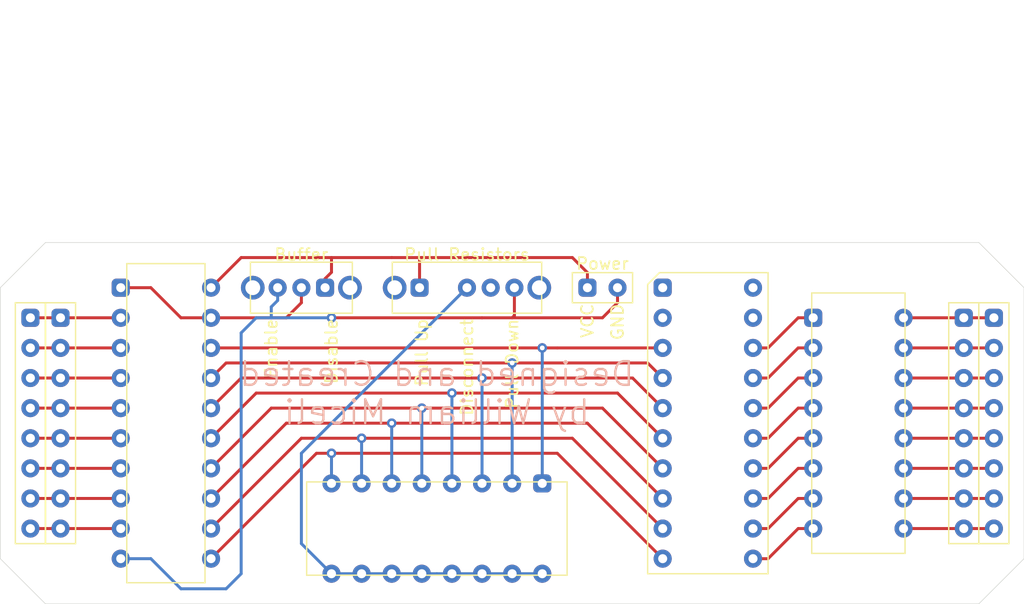
<source format=kicad_pcb>
(kicad_pcb (version 20171130) (host pcbnew "(5.1.5)-3")

  (general
    (thickness 1.6)
    (drawings 20)
    (tracks 149)
    (zones 0)
    (modules 11)
    (nets 42)
  )

  (page A4)
  (layers
    (0 F.Cu signal)
    (31 B.Cu signal)
    (33 F.Adhes user)
    (35 F.Paste user)
    (36 B.SilkS user)
    (37 F.SilkS user)
    (38 B.Mask user)
    (39 F.Mask user)
    (40 Dwgs.User user)
    (41 Cmts.User user)
    (42 Eco1.User user)
    (43 Eco2.User user)
    (44 Edge.Cuts user)
    (45 Margin user)
    (46 B.CrtYd user)
    (47 F.CrtYd user)
    (49 F.Fab user)
  )

  (setup
    (last_trace_width 0.25)
    (trace_clearance 0.2)
    (zone_clearance 0.508)
    (zone_45_only no)
    (trace_min 0.2)
    (via_size 0.8)
    (via_drill 0.4)
    (via_min_size 0.4)
    (via_min_drill 0.3)
    (uvia_size 0.3)
    (uvia_drill 0.1)
    (uvias_allowed no)
    (uvia_min_size 0.2)
    (uvia_min_drill 0.1)
    (edge_width 0.05)
    (segment_width 0.2)
    (pcb_text_width 0.3)
    (pcb_text_size 1.5 1.5)
    (mod_edge_width 0.12)
    (mod_text_size 1 1)
    (mod_text_width 0.15)
    (pad_size 1.524 1.524)
    (pad_drill 0.762)
    (pad_to_mask_clearance 0.051)
    (solder_mask_min_width 0.25)
    (aux_axis_origin 0 0)
    (visible_elements 7FFFFFFF)
    (pcbplotparams
      (layerselection 0x010f8_ffffffff)
      (usegerberextensions false)
      (usegerberattributes false)
      (usegerberadvancedattributes false)
      (creategerberjobfile false)
      (excludeedgelayer true)
      (linewidth 0.100000)
      (plotframeref false)
      (viasonmask false)
      (mode 1)
      (useauxorigin false)
      (hpglpennumber 1)
      (hpglpenspeed 20)
      (hpglpendiameter 15.000000)
      (psnegative false)
      (psa4output false)
      (plotreference true)
      (plotvalue true)
      (plotinvisibletext false)
      (padsonsilk false)
      (subtractmaskfromsilk false)
      (outputformat 1)
      (mirror false)
      (drillshape 0)
      (scaleselection 1)
      (outputdirectory "Gerber & Drill/"))
  )

  (net 0 "")
  (net 1 "Net-(U1-Pad1)")
  (net 2 "Net-(U1-Pad2)")
  (net 3 "Net-(U1-Pad5)")
  (net 4 "Net-(U1-Pad3)")
  (net 5 "Net-(U1-Pad6)")
  (net 6 "Net-(U1-Pad8)")
  (net 7 "Net-(U1-Pad4)")
  (net 8 "Net-(U1-Pad7)")
  (net 9 VCC)
  (net 10 GND)
  (net 11 "Net-(U3-Pad18)")
  (net 12 "Net-(U3-Pad17)")
  (net 13 "Net-(U3-Pad11)")
  (net 14 "Net-(U3-Pad12)")
  (net 15 "Net-(U3-Pad13)")
  (net 16 "Net-(U3-Pad14)")
  (net 17 "Net-(U3-Pad15)")
  (net 18 "Net-(U3-Pad16)")
  (net 19 "Net-(U4-Pad20)")
  (net 20 "Net-(U4-Pad19)")
  (net 21 "Net-(U4-Pad18)")
  (net 22 "Net-(U4-Pad17)")
  (net 23 "Net-(U4-Pad16)")
  (net 24 "Net-(U4-Pad15)")
  (net 25 "Net-(U4-Pad14)")
  (net 26 "Net-(U4-Pad13)")
  (net 27 "Net-(U4-Pad12)")
  (net 28 "Net-(U4-Pad11)")
  (net 29 "Net-(U4-Pad2)")
  (net 30 "Net-(U4-Pad1)")
  (net 31 "Net-(U5-Pad16)")
  (net 32 "Net-(U5-Pad15)")
  (net 33 "Net-(U5-Pad14)")
  (net 34 "Net-(U5-Pad13)")
  (net 35 "Net-(U5-Pad12)")
  (net 36 "Net-(U5-Pad11)")
  (net 37 "Net-(U5-Pad10)")
  (net 38 "Net-(U5-Pad9)")
  (net 39 "Net-(U8-Pad10)")
  (net 40 "Net-(U9-Pad3)")
  (net 41 "Net-(U11-Pad2)")

  (net_class Default "This is the default net class."
    (clearance 0.2)
    (trace_width 0.25)
    (via_dia 0.8)
    (via_drill 0.4)
    (uvia_dia 0.3)
    (uvia_drill 0.1)
    (add_net GND)
    (add_net "Net-(U1-Pad1)")
    (add_net "Net-(U1-Pad2)")
    (add_net "Net-(U1-Pad3)")
    (add_net "Net-(U1-Pad4)")
    (add_net "Net-(U1-Pad5)")
    (add_net "Net-(U1-Pad6)")
    (add_net "Net-(U1-Pad7)")
    (add_net "Net-(U1-Pad8)")
    (add_net "Net-(U11-Pad2)")
    (add_net "Net-(U3-Pad11)")
    (add_net "Net-(U3-Pad12)")
    (add_net "Net-(U3-Pad13)")
    (add_net "Net-(U3-Pad14)")
    (add_net "Net-(U3-Pad15)")
    (add_net "Net-(U3-Pad16)")
    (add_net "Net-(U3-Pad17)")
    (add_net "Net-(U3-Pad18)")
    (add_net "Net-(U4-Pad1)")
    (add_net "Net-(U4-Pad11)")
    (add_net "Net-(U4-Pad12)")
    (add_net "Net-(U4-Pad13)")
    (add_net "Net-(U4-Pad14)")
    (add_net "Net-(U4-Pad15)")
    (add_net "Net-(U4-Pad16)")
    (add_net "Net-(U4-Pad17)")
    (add_net "Net-(U4-Pad18)")
    (add_net "Net-(U4-Pad19)")
    (add_net "Net-(U4-Pad2)")
    (add_net "Net-(U4-Pad20)")
    (add_net "Net-(U5-Pad10)")
    (add_net "Net-(U5-Pad11)")
    (add_net "Net-(U5-Pad12)")
    (add_net "Net-(U5-Pad13)")
    (add_net "Net-(U5-Pad14)")
    (add_net "Net-(U5-Pad15)")
    (add_net "Net-(U5-Pad16)")
    (add_net "Net-(U5-Pad9)")
    (add_net "Net-(U8-Pad10)")
    (add_net "Net-(U9-Pad3)")
    (add_net VCC)
  )

  (module !Master:DC10EWA_Kingbright (layer F.Cu) (tedit 5E2E4EFE) (tstamp 5E2F8BEA)
    (at 171.45 82.55 270)
    (descr "LED Circuit Board Indicator Bar - 10 Wide, DIP Red (x 10) Diffused, White 2V 30mA  Through Hole")
    (path /5E2F2235)
    (fp_text reference U4 (at -13.97 0 180) (layer F.Fab)
      (effects (font (size 1 1) (thickness 0.15)))
    )
    (fp_text value DC10EWA_Kingbright (at 0 0 270) (layer F.Fab)
      (effects (font (size 1 1) (thickness 0.15)))
    )
    (fp_line (start -12.7 4.08) (end -11.7 5.08) (layer F.SilkS) (width 0.12))
    (fp_line (start -12.7 4.08) (end -12.7 -5.08) (layer F.SilkS) (width 0.12))
    (fp_line (start 12.7 -5.08) (end -12.7 -5.08) (layer F.SilkS) (width 0.12))
    (fp_line (start 12.7 5.08) (end 12.7 -5.08) (layer F.SilkS) (width 0.12))
    (fp_line (start -11.7 5.08) (end 12.7 5.08) (layer F.SilkS) (width 0.12))
    (pad 20 thru_hole circle (at -11.43 -3.81 270) (size 1.524 1.524) (drill 0.762) (layers *.Cu *.Mask)
      (net 19 "Net-(U4-Pad20)"))
    (pad 19 thru_hole circle (at -8.89 -3.81 270) (size 1.524 1.524) (drill 0.762) (layers *.Cu *.Mask)
      (net 20 "Net-(U4-Pad19)"))
    (pad 18 thru_hole circle (at -6.35 -3.81 270) (size 1.524 1.524) (drill 0.762) (layers *.Cu *.Mask)
      (net 21 "Net-(U4-Pad18)"))
    (pad 17 thru_hole circle (at -3.81 -3.81 270) (size 1.524 1.524) (drill 0.762) (layers *.Cu *.Mask)
      (net 22 "Net-(U4-Pad17)"))
    (pad 16 thru_hole circle (at -1.27 -3.81 270) (size 1.524 1.524) (drill 0.762) (layers *.Cu *.Mask)
      (net 23 "Net-(U4-Pad16)"))
    (pad 15 thru_hole circle (at 1.27 -3.81 270) (size 1.524 1.524) (drill 0.762) (layers *.Cu *.Mask)
      (net 24 "Net-(U4-Pad15)"))
    (pad 14 thru_hole circle (at 3.81 -3.81 270) (size 1.524 1.524) (drill 0.762) (layers *.Cu *.Mask)
      (net 25 "Net-(U4-Pad14)"))
    (pad 13 thru_hole circle (at 6.35 -3.81 270) (size 1.524 1.524) (drill 0.762) (layers *.Cu *.Mask)
      (net 26 "Net-(U4-Pad13)"))
    (pad 12 thru_hole circle (at 8.89 -3.81 270) (size 1.524 1.524) (drill 0.762) (layers *.Cu *.Mask)
      (net 27 "Net-(U4-Pad12)"))
    (pad 11 thru_hole circle (at 11.43 -3.81 270) (size 1.524 1.524) (drill 0.762) (layers *.Cu *.Mask)
      (net 28 "Net-(U4-Pad11)"))
    (pad 10 thru_hole circle (at 11.43 3.81 270) (size 1.524 1.524) (drill 0.762) (layers *.Cu *.Mask)
      (net 13 "Net-(U3-Pad11)"))
    (pad 9 thru_hole circle (at 8.89 3.81 270) (size 1.524 1.524) (drill 0.762) (layers *.Cu *.Mask)
      (net 14 "Net-(U3-Pad12)"))
    (pad 8 thru_hole circle (at 6.35 3.81 270) (size 1.524 1.524) (drill 0.762) (layers *.Cu *.Mask)
      (net 15 "Net-(U3-Pad13)"))
    (pad 7 thru_hole circle (at 3.81 3.81 270) (size 1.524 1.524) (drill 0.762) (layers *.Cu *.Mask)
      (net 16 "Net-(U3-Pad14)"))
    (pad 6 thru_hole circle (at 1.27 3.81 270) (size 1.524 1.524) (drill 0.762) (layers *.Cu *.Mask)
      (net 17 "Net-(U3-Pad15)"))
    (pad 5 thru_hole circle (at -1.27 3.81 270) (size 1.524 1.524) (drill 0.762) (layers *.Cu *.Mask)
      (net 18 "Net-(U3-Pad16)"))
    (pad 4 thru_hole circle (at -3.81 3.81 270) (size 1.524 1.524) (drill 0.762) (layers *.Cu *.Mask)
      (net 12 "Net-(U3-Pad17)"))
    (pad 3 thru_hole circle (at -6.35 3.81 270) (size 1.524 1.524) (drill 0.762) (layers *.Cu *.Mask)
      (net 11 "Net-(U3-Pad18)"))
    (pad 2 thru_hole circle (at -8.89 3.81 270) (size 1.524 1.524) (drill 0.762) (layers *.Cu *.Mask)
      (net 29 "Net-(U4-Pad2)"))
    (pad 1 thru_hole roundrect (at -11.43 3.81 270) (size 1.524 1.524) (drill 0.762) (layers *.Cu *.Mask) (roundrect_rratio 0.25)
      (net 30 "Net-(U4-Pad1)"))
  )

  (module !Master:SN74HCT541N_TexasInstruments (layer F.Cu) (tedit 5E2E4EE5) (tstamp 5E2F8BCC)
    (at 125.73 82.55)
    (descr "Buffer, Inverting 1 Element 8 Bit per Element 3-State Output 20-PDIP")
    (path /5E2EEA39)
    (fp_text reference U3 (at 0 -15.24) (layer F.Fab)
      (effects (font (size 1 1) (thickness 0.15)))
    )
    (fp_text value SN74HCT541N_TexasInstruments (at 0 0 90) (layer F.Fab)
      (effects (font (size 1 1) (thickness 0.15)))
    )
    (fp_line (start -3.3 -13.46) (end 3.3 -13.46) (layer F.SilkS) (width 0.12))
    (fp_line (start 3.3 13.46) (end 3.3 -13.46) (layer F.SilkS) (width 0.12))
    (fp_line (start -3.3 13.46) (end 3.3 13.46) (layer F.SilkS) (width 0.12))
    (fp_line (start -3.3 13.46) (end -3.3 -13.46) (layer F.SilkS) (width 0.12))
    (pad 20 thru_hole circle (at 3.81 -11.43) (size 1.524 1.524) (drill 0.762) (layers *.Cu *.Mask)
      (net 9 VCC))
    (pad 19 thru_hole circle (at 3.81 -8.89) (size 1.524 1.524) (drill 0.762) (layers *.Cu *.Mask)
      (net 41 "Net-(U11-Pad2)"))
    (pad 18 thru_hole circle (at 3.81 -6.35) (size 1.524 1.524) (drill 0.762) (layers *.Cu *.Mask)
      (net 11 "Net-(U3-Pad18)"))
    (pad 17 thru_hole circle (at 3.81 -3.81) (size 1.524 1.524) (drill 0.762) (layers *.Cu *.Mask)
      (net 12 "Net-(U3-Pad17)"))
    (pad 9 thru_hole circle (at -3.81 8.89) (size 1.524 1.524) (drill 0.762) (layers *.Cu *.Mask)
      (net 6 "Net-(U1-Pad8)"))
    (pad 10 thru_hole circle (at -3.81 11.43) (size 1.524 1.524) (drill 0.762) (layers *.Cu *.Mask)
      (net 10 GND))
    (pad 11 thru_hole circle (at 3.81 11.43) (size 1.524 1.524) (drill 0.762) (layers *.Cu *.Mask)
      (net 13 "Net-(U3-Pad11)"))
    (pad 12 thru_hole circle (at 3.81 8.89) (size 1.524 1.524) (drill 0.762) (layers *.Cu *.Mask)
      (net 14 "Net-(U3-Pad12)"))
    (pad 13 thru_hole circle (at 3.81 6.35) (size 1.524 1.524) (drill 0.762) (layers *.Cu *.Mask)
      (net 15 "Net-(U3-Pad13)"))
    (pad 14 thru_hole circle (at 3.81 3.81) (size 1.524 1.524) (drill 0.762) (layers *.Cu *.Mask)
      (net 16 "Net-(U3-Pad14)"))
    (pad 15 thru_hole circle (at 3.81 1.27) (size 1.524 1.524) (drill 0.762) (layers *.Cu *.Mask)
      (net 17 "Net-(U3-Pad15)"))
    (pad 16 thru_hole circle (at 3.81 -1.27) (size 1.524 1.524) (drill 0.762) (layers *.Cu *.Mask)
      (net 18 "Net-(U3-Pad16)"))
    (pad 1 thru_hole roundrect (at -3.81 -11.43) (size 1.524 1.524) (drill 0.762) (layers *.Cu *.Mask) (roundrect_rratio 0.25)
      (net 41 "Net-(U11-Pad2)"))
    (pad 2 thru_hole circle (at -3.81 -8.89) (size 1.524 1.524) (drill 0.762) (layers *.Cu *.Mask)
      (net 1 "Net-(U1-Pad1)"))
    (pad 3 thru_hole circle (at -3.81 -6.35) (size 1.524 1.524) (drill 0.762) (layers *.Cu *.Mask)
      (net 2 "Net-(U1-Pad2)"))
    (pad 4 thru_hole circle (at -3.81 -3.81) (size 1.524 1.524) (drill 0.762) (layers *.Cu *.Mask)
      (net 4 "Net-(U1-Pad3)"))
    (pad 5 thru_hole circle (at -3.81 -1.27) (size 1.524 1.524) (drill 0.762) (layers *.Cu *.Mask)
      (net 7 "Net-(U1-Pad4)"))
    (pad 6 thru_hole circle (at -3.81 1.27) (size 1.524 1.524) (drill 0.762) (layers *.Cu *.Mask)
      (net 3 "Net-(U1-Pad5)"))
    (pad 7 thru_hole circle (at -3.81 3.81) (size 1.524 1.524) (drill 0.762) (layers *.Cu *.Mask)
      (net 5 "Net-(U1-Pad6)"))
    (pad 8 thru_hole circle (at -3.81 6.35) (size 1.524 1.524) (drill 0.762) (layers *.Cu *.Mask)
      (net 8 "Net-(U1-Pad7)"))
  )

  (module !Master:OS102011MS2QN1_C&K (layer F.Cu) (tedit 5E2E46C6) (tstamp 5E2E9E93)
    (at 137.16 71.12 180)
    (descr "Slide Switch SPDT Through Hole")
    (path /5E2ED8DF)
    (fp_text reference U11 (at 0 5.08) (layer F.Fab)
      (effects (font (size 1 1) (thickness 0.15)))
    )
    (fp_text value OS102011MS2QN1_C&K (at 0 15.24 90) (layer F.Fab)
      (effects (font (size 1 1) (thickness 0.15)))
    )
    (fp_line (start -4.3 2.15) (end -4.3 -2.15) (layer F.SilkS) (width 0.12))
    (fp_line (start -4.3 2.15) (end 4.3 2.15) (layer F.SilkS) (width 0.12))
    (fp_line (start 4.3 -2.15) (end 4.3 2.15) (layer F.SilkS) (width 0.12))
    (fp_line (start -4.3 -2.15) (end 4.3 -2.15) (layer F.SilkS) (width 0.12))
    (pad 3 thru_hole circle (at 2 0 180) (size 1.524 1.524) (drill 0.762) (layers *.Cu *.Mask)
      (net 10 GND))
    (pad "" thru_hole circle (at -4.1 0 180) (size 2 2) (drill 1.25) (layers *.Cu *.Mask))
    (pad "" thru_hole circle (at 4.1 0 180) (size 2 2) (drill 1.25) (layers *.Cu *.Mask))
    (pad 1 thru_hole roundrect (at -2 0 180) (size 1.524 1.524) (drill 0.762) (layers *.Cu *.Mask) (roundrect_rratio 0.25)
      (net 9 VCC))
    (pad 2 thru_hole circle (at 0 0 180) (size 1.524 1.524) (drill 0.762) (layers *.Cu *.Mask)
      (net 41 "Net-(U11-Pad2)"))
  )

  (module *Generic:2-PinFemaleHeader (layer F.Cu) (tedit 5E2E3E6E) (tstamp 5E2E9E86)
    (at 162.56 71.12 90)
    (path /5E4131BE)
    (fp_text reference U10 (at 0 -3.81 90) (layer F.Fab)
      (effects (font (size 1 1) (thickness 0.15)))
    )
    (fp_text value 2-BitFemaleHeader (at 11.43 0 90) (layer F.Fab)
      (effects (font (size 1 1) (thickness 0.15)))
    )
    (fp_line (start 1.27 -2.54) (end -1.27 -2.54) (layer F.SilkS) (width 0.12))
    (fp_line (start 1.27 2.54) (end 1.27 -2.54) (layer F.SilkS) (width 0.12))
    (fp_line (start -1.27 2.54) (end 1.27 2.54) (layer F.SilkS) (width 0.12))
    (fp_line (start -1.27 -2.54) (end -1.27 2.54) (layer F.SilkS) (width 0.12))
    (pad 2 thru_hole circle (at 0 1.27 90) (size 1.524 1.524) (drill 0.762) (layers *.Cu *.Mask)
      (net 10 GND))
    (pad 1 thru_hole roundrect (at 0 -1.27 90) (size 1.524 1.524) (drill 0.762) (layers *.Cu *.Mask) (roundrect_rratio 0.25)
      (net 9 VCC))
  )

  (module !Master:SS-13D16-VG_C&K (layer F.Cu) (tedit 5E2E486C) (tstamp 5E2F8C48)
    (at 151.13 71.12)
    (descr "Slide Switch SP3T Through Hole")
    (path /5E307D84)
    (fp_text reference U9 (at 0 -5.08) (layer F.Fab)
      (effects (font (size 1 1) (thickness 0.15)))
    )
    (fp_text value SS-13D16-VG_C&K (at 0 -13.97 90) (layer F.Fab)
      (effects (font (size 1 1) (thickness 0.15)))
    )
    (fp_line (start 6.3 -2.15) (end 6.3 2.15) (layer F.SilkS) (width 0.12))
    (fp_line (start -6.3 -2.15) (end -6.3 2.15) (layer F.SilkS) (width 0.12))
    (fp_line (start -6.3 2.15) (end 6.3 2.15) (layer F.SilkS) (width 0.12))
    (fp_line (start -6.3 -2.15) (end 6.3 -2.15) (layer F.SilkS) (width 0.12))
    (pad "" thru_hole circle (at 6.1 0) (size 2 2) (drill 1.25) (layers *.Cu *.Mask))
    (pad "" thru_hole circle (at -6.1 0) (size 2 2) (drill 1.25) (layers *.Cu *.Mask))
    (pad 4 thru_hole circle (at 4 0) (size 1.524 1.524) (drill 0.762) (layers *.Cu *.Mask)
      (net 10 GND))
    (pad 3 thru_hole circle (at 2 0) (size 1.524 1.524) (drill 0.762) (layers *.Cu *.Mask)
      (net 40 "Net-(U9-Pad3)"))
    (pad 2 thru_hole circle (at 0 0) (size 1.524 1.524) (drill 0.762) (layers *.Cu *.Mask)
      (net 39 "Net-(U8-Pad10)"))
    (pad 1 thru_hole roundrect (at -4 0) (size 1.524 1.524) (drill 0.762) (layers *.Cu *.Mask) (roundrect_rratio 0.25)
      (net 9 VCC))
  )

  (module !Master:4116R-1-105LF_Bourns (layer F.Cu) (tedit 5E2D4C99) (tstamp 5E2F8C3A)
    (at 148.59 91.44 270)
    (descr "1M Ohm ±2% 250mW Power Per Element Isolated  Resistor Network/Array ±100ppm/°C 16-DIP (0.300\", 7.62mm)")
    (path /5E301913)
    (fp_text reference U8 (at 0 12.7 90) (layer F.Fab)
      (effects (font (size 1 1) (thickness 0.15)))
    )
    (fp_text value 4116R-1-105LF_Bourns (at 0 0) (layer F.Fab)
      (effects (font (size 1 1) (thickness 0.15)))
    )
    (fp_line (start 3.935 -10.985) (end 3.935 10.985) (layer F.SilkS) (width 0.12))
    (fp_line (start -3.935 -10.985) (end -3.935 10.985) (layer F.SilkS) (width 0.12))
    (fp_line (start -3.935 10.985) (end 3.935 10.985) (layer F.SilkS) (width 0.12))
    (fp_line (start -3.935 -10.985) (end 3.935 -10.985) (layer F.SilkS) (width 0.12))
    (pad 16 thru_hole circle (at 3.81 -8.89 270) (size 1.524 1.524) (drill 0.762) (layers *.Cu *.Mask)
      (net 39 "Net-(U8-Pad10)"))
    (pad 15 thru_hole circle (at 3.81 -6.35 270) (size 1.524 1.524) (drill 0.762) (layers *.Cu *.Mask)
      (net 39 "Net-(U8-Pad10)"))
    (pad 14 thru_hole circle (at 3.81 -3.81 270) (size 1.524 1.524) (drill 0.762) (layers *.Cu *.Mask)
      (net 39 "Net-(U8-Pad10)"))
    (pad 13 thru_hole circle (at 3.81 -1.27 270) (size 1.524 1.524) (drill 0.762) (layers *.Cu *.Mask)
      (net 39 "Net-(U8-Pad10)"))
    (pad 12 thru_hole circle (at 3.81 1.27 270) (size 1.524 1.524) (drill 0.762) (layers *.Cu *.Mask)
      (net 39 "Net-(U8-Pad10)"))
    (pad 11 thru_hole circle (at 3.81 3.81 270) (size 1.524 1.524) (drill 0.762) (layers *.Cu *.Mask)
      (net 39 "Net-(U8-Pad10)"))
    (pad 10 thru_hole circle (at 3.81 6.35 270) (size 1.524 1.524) (drill 0.762) (layers *.Cu *.Mask)
      (net 39 "Net-(U8-Pad10)"))
    (pad 9 thru_hole circle (at 3.81 8.89 270) (size 1.524 1.524) (drill 0.762) (layers *.Cu *.Mask)
      (net 39 "Net-(U8-Pad10)"))
    (pad 8 thru_hole circle (at -3.81 8.89 270) (size 1.524 1.524) (drill 0.762) (layers *.Cu *.Mask)
      (net 13 "Net-(U3-Pad11)"))
    (pad 7 thru_hole circle (at -3.81 6.35 270) (size 1.524 1.524) (drill 0.762) (layers *.Cu *.Mask)
      (net 14 "Net-(U3-Pad12)"))
    (pad 6 thru_hole circle (at -3.81 3.81 270) (size 1.524 1.524) (drill 0.762) (layers *.Cu *.Mask)
      (net 15 "Net-(U3-Pad13)"))
    (pad 5 thru_hole circle (at -3.81 1.27 270) (size 1.524 1.524) (drill 0.762) (layers *.Cu *.Mask)
      (net 16 "Net-(U3-Pad14)"))
    (pad 4 thru_hole circle (at -3.81 -1.27 270) (size 1.524 1.524) (drill 0.762) (layers *.Cu *.Mask)
      (net 17 "Net-(U3-Pad15)"))
    (pad 3 thru_hole circle (at -3.81 -3.81 270) (size 1.524 1.524) (drill 0.762) (layers *.Cu *.Mask)
      (net 18 "Net-(U3-Pad16)"))
    (pad 2 thru_hole circle (at -3.81 -6.35 270) (size 1.524 1.524) (drill 0.762) (layers *.Cu *.Mask)
      (net 12 "Net-(U3-Pad17)"))
    (pad 1 thru_hole roundrect (at -3.81 -8.89 270) (size 1.524 1.524) (drill 0.762) (layers *.Cu *.Mask) (roundrect_rratio 0.25)
      (net 11 "Net-(U3-Pad18)"))
  )

  (module *Generic:8-PinFemaleHeader (layer F.Cu) (tedit 5E2E3A9B) (tstamp 5E2F8C22)
    (at 195.58 82.55)
    (path /5E2F3C03)
    (fp_text reference U7 (at 0 -11.43) (layer F.Fab)
      (effects (font (size 1 1) (thickness 0.15)))
    )
    (fp_text value 8-BitFemaleHeader (at 0 -20.32 90) (layer F.Fab)
      (effects (font (size 1 1) (thickness 0.15)))
    )
    (fp_line (start -1.27 -10.16) (end -1.27 10.16) (layer F.SilkS) (width 0.12))
    (fp_line (start -1.27 10.16) (end 1.27 10.16) (layer F.SilkS) (width 0.12))
    (fp_line (start 1.27 10.16) (end 1.27 -10.16) (layer F.SilkS) (width 0.12))
    (fp_line (start 1.27 -10.16) (end -1.27 -10.16) (layer F.SilkS) (width 0.12))
    (pad 1 thru_hole roundrect (at 0 -8.89) (size 1.524 1.524) (drill 0.762) (layers *.Cu *.Mask) (roundrect_rratio 0.25)
      (net 31 "Net-(U5-Pad16)"))
    (pad 2 thru_hole circle (at 0 -6.35) (size 1.524 1.524) (drill 0.762) (layers *.Cu *.Mask)
      (net 32 "Net-(U5-Pad15)"))
    (pad 5 thru_hole circle (at 0 1.27) (size 1.524 1.524) (drill 0.762) (layers *.Cu *.Mask)
      (net 35 "Net-(U5-Pad12)"))
    (pad 3 thru_hole circle (at 0 -3.81) (size 1.524 1.524) (drill 0.762) (layers *.Cu *.Mask)
      (net 33 "Net-(U5-Pad14)"))
    (pad 6 thru_hole circle (at 0 3.81) (size 1.524 1.524) (drill 0.762) (layers *.Cu *.Mask)
      (net 36 "Net-(U5-Pad11)"))
    (pad 8 thru_hole circle (at 0 8.89) (size 1.524 1.524) (drill 0.762) (layers *.Cu *.Mask)
      (net 38 "Net-(U5-Pad9)"))
    (pad 4 thru_hole circle (at 0 -1.27) (size 1.524 1.524) (drill 0.762) (layers *.Cu *.Mask)
      (net 34 "Net-(U5-Pad13)"))
    (pad 7 thru_hole circle (at 0 6.35) (size 1.524 1.524) (drill 0.762) (layers *.Cu *.Mask)
      (net 37 "Net-(U5-Pad10)"))
  )

  (module *Generic:8-PinMaleHeader (layer F.Cu) (tedit 5E2E3AB1) (tstamp 5E2F8C12)
    (at 193.04 82.55)
    (path /5E2F0EB9)
    (fp_text reference U6 (at 0 -11.43) (layer F.Fab)
      (effects (font (size 1 1) (thickness 0.15)))
    )
    (fp_text value 8-BitMaleHeader (at 0 -19.05 90) (layer F.Fab)
      (effects (font (size 1 1) (thickness 0.15)))
    )
    (fp_line (start 1.27 -10.16) (end -1.27 -10.16) (layer F.SilkS) (width 0.12))
    (fp_line (start 1.27 10.16) (end 1.27 -10.16) (layer F.SilkS) (width 0.12))
    (fp_line (start -1.27 10.16) (end 1.27 10.16) (layer F.SilkS) (width 0.12))
    (fp_line (start -1.27 -10.16) (end -1.27 10.16) (layer F.SilkS) (width 0.12))
    (pad 8 thru_hole circle (at 0 8.89) (size 1.524 1.524) (drill 0.762) (layers *.Cu *.Mask)
      (net 38 "Net-(U5-Pad9)"))
    (pad 7 thru_hole circle (at 0 6.35) (size 1.524 1.524) (drill 0.762) (layers *.Cu *.Mask)
      (net 37 "Net-(U5-Pad10)"))
    (pad 6 thru_hole circle (at 0 3.81) (size 1.524 1.524) (drill 0.762) (layers *.Cu *.Mask)
      (net 36 "Net-(U5-Pad11)"))
    (pad 5 thru_hole circle (at 0 1.27) (size 1.524 1.524) (drill 0.762) (layers *.Cu *.Mask)
      (net 35 "Net-(U5-Pad12)"))
    (pad 4 thru_hole circle (at 0 -1.27) (size 1.524 1.524) (drill 0.762) (layers *.Cu *.Mask)
      (net 34 "Net-(U5-Pad13)"))
    (pad 3 thru_hole circle (at 0 -3.81) (size 1.524 1.524) (drill 0.762) (layers *.Cu *.Mask)
      (net 33 "Net-(U5-Pad14)"))
    (pad 2 thru_hole circle (at 0 -6.35) (size 1.524 1.524) (drill 0.762) (layers *.Cu *.Mask)
      (net 32 "Net-(U5-Pad15)"))
    (pad 1 thru_hole roundrect (at 0 -8.89) (size 1.524 1.524) (drill 0.762) (layers *.Cu *.Mask) (roundrect_rratio 0.25)
      (net 31 "Net-(U5-Pad16)"))
  )

  (module !Master:4116R-1-331LF_Bourns (layer F.Cu) (tedit 5E2D4B65) (tstamp 5E2F8C02)
    (at 184.15 82.55)
    (descr "330 Ohm ±2% 250mW Power Per Element Isolated  Resistor Network/Array ±100ppm/°C 16-DIP (0.300\", 7.62mm)")
    (path /5E2F714C)
    (fp_text reference U5 (at 0 -12.7) (layer F.Fab)
      (effects (font (size 1 1) (thickness 0.15)))
    )
    (fp_text value 4116R-1-331LF_Bourns (at 0 0 90) (layer F.Fab)
      (effects (font (size 1 1) (thickness 0.15)))
    )
    (fp_line (start 3.935 -10.985) (end 3.935 10.985) (layer F.SilkS) (width 0.12))
    (fp_line (start -3.935 -10.985) (end -3.935 10.985) (layer F.SilkS) (width 0.12))
    (fp_line (start -3.935 10.985) (end 3.935 10.985) (layer F.SilkS) (width 0.12))
    (fp_line (start -3.935 -10.985) (end 3.935 -10.985) (layer F.SilkS) (width 0.12))
    (pad 16 thru_hole circle (at 3.81 -8.89) (size 1.524 1.524) (drill 0.762) (layers *.Cu *.Mask)
      (net 31 "Net-(U5-Pad16)"))
    (pad 15 thru_hole circle (at 3.81 -6.35) (size 1.524 1.524) (drill 0.762) (layers *.Cu *.Mask)
      (net 32 "Net-(U5-Pad15)"))
    (pad 14 thru_hole circle (at 3.81 -3.81) (size 1.524 1.524) (drill 0.762) (layers *.Cu *.Mask)
      (net 33 "Net-(U5-Pad14)"))
    (pad 13 thru_hole circle (at 3.81 -1.27) (size 1.524 1.524) (drill 0.762) (layers *.Cu *.Mask)
      (net 34 "Net-(U5-Pad13)"))
    (pad 12 thru_hole circle (at 3.81 1.27) (size 1.524 1.524) (drill 0.762) (layers *.Cu *.Mask)
      (net 35 "Net-(U5-Pad12)"))
    (pad 11 thru_hole circle (at 3.81 3.81) (size 1.524 1.524) (drill 0.762) (layers *.Cu *.Mask)
      (net 36 "Net-(U5-Pad11)"))
    (pad 10 thru_hole circle (at 3.81 6.35) (size 1.524 1.524) (drill 0.762) (layers *.Cu *.Mask)
      (net 37 "Net-(U5-Pad10)"))
    (pad 9 thru_hole circle (at 3.81 8.89) (size 1.524 1.524) (drill 0.762) (layers *.Cu *.Mask)
      (net 38 "Net-(U5-Pad9)"))
    (pad 8 thru_hole circle (at -3.81 8.89) (size 1.524 1.524) (drill 0.762) (layers *.Cu *.Mask)
      (net 28 "Net-(U4-Pad11)"))
    (pad 7 thru_hole circle (at -3.81 6.35) (size 1.524 1.524) (drill 0.762) (layers *.Cu *.Mask)
      (net 27 "Net-(U4-Pad12)"))
    (pad 6 thru_hole circle (at -3.81 3.81) (size 1.524 1.524) (drill 0.762) (layers *.Cu *.Mask)
      (net 26 "Net-(U4-Pad13)"))
    (pad 5 thru_hole circle (at -3.81 1.27) (size 1.524 1.524) (drill 0.762) (layers *.Cu *.Mask)
      (net 25 "Net-(U4-Pad14)"))
    (pad 4 thru_hole circle (at -3.81 -1.27) (size 1.524 1.524) (drill 0.762) (layers *.Cu *.Mask)
      (net 24 "Net-(U4-Pad15)"))
    (pad 3 thru_hole circle (at -3.81 -3.81) (size 1.524 1.524) (drill 0.762) (layers *.Cu *.Mask)
      (net 23 "Net-(U4-Pad16)"))
    (pad 2 thru_hole circle (at -3.81 -6.35) (size 1.524 1.524) (drill 0.762) (layers *.Cu *.Mask)
      (net 22 "Net-(U4-Pad17)"))
    (pad 1 thru_hole roundrect (at -3.81 -8.89) (size 1.524 1.524) (drill 0.762) (layers *.Cu *.Mask) (roundrect_rratio 0.25)
      (net 21 "Net-(U4-Pad18)"))
  )

  (module *Generic:8-PinMaleHeader (layer F.Cu) (tedit 5E2E3AB1) (tstamp 5E2F8BAF)
    (at 116.84 82.55)
    (path /5E2E6F81)
    (fp_text reference U2 (at 0 -11.43) (layer F.Fab)
      (effects (font (size 1 1) (thickness 0.15)))
    )
    (fp_text value 8-BitMaleHeader (at 0 -19.05 90) (layer F.Fab)
      (effects (font (size 1 1) (thickness 0.15)))
    )
    (fp_line (start 1.27 -10.16) (end -1.27 -10.16) (layer F.SilkS) (width 0.12))
    (fp_line (start 1.27 10.16) (end 1.27 -10.16) (layer F.SilkS) (width 0.12))
    (fp_line (start -1.27 10.16) (end 1.27 10.16) (layer F.SilkS) (width 0.12))
    (fp_line (start -1.27 -10.16) (end -1.27 10.16) (layer F.SilkS) (width 0.12))
    (pad 8 thru_hole circle (at 0 8.89) (size 1.524 1.524) (drill 0.762) (layers *.Cu *.Mask)
      (net 6 "Net-(U1-Pad8)"))
    (pad 7 thru_hole circle (at 0 6.35) (size 1.524 1.524) (drill 0.762) (layers *.Cu *.Mask)
      (net 8 "Net-(U1-Pad7)"))
    (pad 6 thru_hole circle (at 0 3.81) (size 1.524 1.524) (drill 0.762) (layers *.Cu *.Mask)
      (net 5 "Net-(U1-Pad6)"))
    (pad 5 thru_hole circle (at 0 1.27) (size 1.524 1.524) (drill 0.762) (layers *.Cu *.Mask)
      (net 3 "Net-(U1-Pad5)"))
    (pad 4 thru_hole circle (at 0 -1.27) (size 1.524 1.524) (drill 0.762) (layers *.Cu *.Mask)
      (net 7 "Net-(U1-Pad4)"))
    (pad 3 thru_hole circle (at 0 -3.81) (size 1.524 1.524) (drill 0.762) (layers *.Cu *.Mask)
      (net 4 "Net-(U1-Pad3)"))
    (pad 2 thru_hole circle (at 0 -6.35) (size 1.524 1.524) (drill 0.762) (layers *.Cu *.Mask)
      (net 2 "Net-(U1-Pad2)"))
    (pad 1 thru_hole roundrect (at 0 -8.89) (size 1.524 1.524) (drill 0.762) (layers *.Cu *.Mask) (roundrect_rratio 0.25)
      (net 1 "Net-(U1-Pad1)"))
  )

  (module *Generic:8-PinFemaleHeader (layer F.Cu) (tedit 5E2E3A9B) (tstamp 5E2F8B9F)
    (at 114.3 82.55)
    (path /5E2F2C0E)
    (fp_text reference U1 (at 0 -11.43) (layer F.Fab)
      (effects (font (size 1 1) (thickness 0.15)))
    )
    (fp_text value 8-BitFemaleHeader (at 0 -20.32 90) (layer F.Fab)
      (effects (font (size 1 1) (thickness 0.15)))
    )
    (fp_line (start -1.27 -10.16) (end -1.27 10.16) (layer F.SilkS) (width 0.12))
    (fp_line (start -1.27 10.16) (end 1.27 10.16) (layer F.SilkS) (width 0.12))
    (fp_line (start 1.27 10.16) (end 1.27 -10.16) (layer F.SilkS) (width 0.12))
    (fp_line (start 1.27 -10.16) (end -1.27 -10.16) (layer F.SilkS) (width 0.12))
    (pad 1 thru_hole roundrect (at 0 -8.89) (size 1.524 1.524) (drill 0.762) (layers *.Cu *.Mask) (roundrect_rratio 0.25)
      (net 1 "Net-(U1-Pad1)"))
    (pad 2 thru_hole circle (at 0 -6.35) (size 1.524 1.524) (drill 0.762) (layers *.Cu *.Mask)
      (net 2 "Net-(U1-Pad2)"))
    (pad 5 thru_hole circle (at 0 1.27) (size 1.524 1.524) (drill 0.762) (layers *.Cu *.Mask)
      (net 3 "Net-(U1-Pad5)"))
    (pad 3 thru_hole circle (at 0 -3.81) (size 1.524 1.524) (drill 0.762) (layers *.Cu *.Mask)
      (net 4 "Net-(U1-Pad3)"))
    (pad 6 thru_hole circle (at 0 3.81) (size 1.524 1.524) (drill 0.762) (layers *.Cu *.Mask)
      (net 5 "Net-(U1-Pad6)"))
    (pad 8 thru_hole circle (at 0 8.89) (size 1.524 1.524) (drill 0.762) (layers *.Cu *.Mask)
      (net 6 "Net-(U1-Pad8)"))
    (pad 4 thru_hole circle (at 0 -1.27) (size 1.524 1.524) (drill 0.762) (layers *.Cu *.Mask)
      (net 7 "Net-(U1-Pad4)"))
    (pad 7 thru_hole circle (at 0 6.35) (size 1.524 1.524) (drill 0.762) (layers *.Cu *.Mask)
      (net 8 "Net-(U1-Pad7)"))
  )

  (gr_text "Designed and Created\nby William Miceli" (at 148.59 80.01) (layer B.SilkS)
    (effects (font (size 2 2) (thickness 0.2)) (justify mirror))
  )
  (gr_text Power (at 162.56 69.088) (layer F.SilkS) (tstamp 5E2EABAD)
    (effects (font (size 1 1) (thickness 0.15)))
  )
  (gr_text "Pull Resistors" (at 151.13 68.326) (layer F.SilkS) (tstamp 5E2EABAD)
    (effects (font (size 1 1) (thickness 0.15)))
  )
  (gr_text Buffer (at 137.16 68.326) (layer F.SilkS) (tstamp 5E2EAB21)
    (effects (font (size 1 1) (thickness 0.15)))
  )
  (gr_text "Pull Down" (at 154.94 73.66 90) (layer F.SilkS) (tstamp 5E2EAB21)
    (effects (font (size 1 1) (thickness 0.15)) (justify right))
  )
  (gr_text Disconnect (at 151.13 73.66 90) (layer F.SilkS) (tstamp 5E2EAB21)
    (effects (font (size 1 1) (thickness 0.15)) (justify right))
  )
  (gr_text "Pull Up" (at 147.32 73.66 90) (layer F.SilkS) (tstamp 5E2EAB21)
    (effects (font (size 1 1) (thickness 0.15)) (justify right))
  )
  (gr_text GND (at 163.83 72.39 90) (layer F.SilkS) (tstamp 5E2EAB21)
    (effects (font (size 1 1) (thickness 0.15)) (justify right))
  )
  (gr_text VCC (at 161.29 72.39 90) (layer F.SilkS) (tstamp 5E2EAB21)
    (effects (font (size 1 1) (thickness 0.15)) (justify right))
  )
  (gr_text "Disable\n" (at 139.7 73.66 90) (layer F.SilkS) (tstamp 5E2EAB11)
    (effects (font (size 1 1) (thickness 0.15)) (justify right))
  )
  (gr_text Enable (at 134.62 73.66 90) (layer F.SilkS)
    (effects (font (size 1 1) (thickness 0.15)) (justify right))
  )
  (gr_line (start 115.57 67.31) (end 194.31 67.31) (layer Edge.Cuts) (width 0.05) (tstamp 5E2EAB06))
  (gr_line (start 111.76 93.98) (end 111.76 71.12) (layer Edge.Cuts) (width 0.05) (tstamp 5E2EAAFF))
  (gr_line (start 115.57 97.79) (end 194.31 97.79) (layer Edge.Cuts) (width 0.05) (tstamp 5E2EAAFB))
  (gr_line (start 198.12 71.12) (end 198.12 93.98) (layer Edge.Cuts) (width 0.05) (tstamp 5E2EAAEB))
  (gr_line (start 198.12 71.12) (end 194.31 67.31) (layer Edge.Cuts) (width 0.05))
  (gr_line (start 194.31 97.79) (end 194.31 97.79) (layer Edge.Cuts) (width 0.05) (tstamp 5E2EAAE1))
  (gr_line (start 198.12 93.98) (end 194.31 97.79) (layer Edge.Cuts) (width 0.05))
  (gr_line (start 111.76 93.98) (end 115.57 97.79) (layer Edge.Cuts) (width 0.05))
  (gr_line (start 111.76 71.12) (end 115.57 67.31) (layer Edge.Cuts) (width 0.05))

  (segment (start 114.3 73.66) (end 116.84 73.66) (width 0.25) (layer F.Cu) (net 1))
  (segment (start 116.84 73.66) (end 121.92 73.66) (width 0.25) (layer F.Cu) (net 1))
  (segment (start 114.3 76.2) (end 116.84 76.2) (width 0.25) (layer F.Cu) (net 2))
  (segment (start 116.84 76.2) (end 121.92 76.2) (width 0.25) (layer F.Cu) (net 2))
  (segment (start 114.3 83.82) (end 116.84 83.82) (width 0.25) (layer F.Cu) (net 3))
  (segment (start 116.84 83.82) (end 121.92 83.82) (width 0.25) (layer F.Cu) (net 3))
  (segment (start 114.3 78.74) (end 116.84 78.74) (width 0.25) (layer F.Cu) (net 4))
  (segment (start 116.84 78.74) (end 121.92 78.74) (width 0.25) (layer F.Cu) (net 4))
  (segment (start 114.3 86.36) (end 116.84 86.36) (width 0.25) (layer F.Cu) (net 5))
  (segment (start 116.84 86.36) (end 121.92 86.36) (width 0.25) (layer F.Cu) (net 5))
  (segment (start 114.3 91.44) (end 116.84 91.44) (width 0.25) (layer F.Cu) (net 6))
  (segment (start 116.84 91.44) (end 121.92 91.44) (width 0.25) (layer F.Cu) (net 6))
  (segment (start 114.3 81.28) (end 116.84 81.28) (width 0.25) (layer F.Cu) (net 7))
  (segment (start 116.84 81.28) (end 121.92 81.28) (width 0.25) (layer F.Cu) (net 7))
  (segment (start 114.3 88.9) (end 116.84 88.9) (width 0.25) (layer F.Cu) (net 8))
  (segment (start 116.84 88.9) (end 121.92 88.9) (width 0.25) (layer F.Cu) (net 8))
  (segment (start 161.29 71.12) (end 161.29 69.85) (width 0.25) (layer F.Cu) (net 9))
  (segment (start 161.29 69.85) (end 160.02 68.58) (width 0.25) (layer F.Cu) (net 9))
  (segment (start 144.78 68.58) (end 132.08 68.58) (width 0.25) (layer F.Cu) (net 9))
  (segment (start 132.08 68.58) (end 129.54 71.12) (width 0.25) (layer F.Cu) (net 9))
  (segment (start 147.13 68.77) (end 147.32 68.58) (width 0.25) (layer F.Cu) (net 9))
  (segment (start 160.02 68.58) (end 147.32 68.58) (width 0.25) (layer F.Cu) (net 9))
  (segment (start 147.13 71.12) (end 147.13 68.77) (width 0.25) (layer F.Cu) (net 9))
  (segment (start 147.32 68.58) (end 144.78 68.58) (width 0.25) (layer F.Cu) (net 9))
  (segment (start 139.16 70.358) (end 139.7 69.818) (width 0.25) (layer F.Cu) (net 9))
  (segment (start 139.16 71.12) (end 139.16 70.358) (width 0.25) (layer F.Cu) (net 9))
  (segment (start 139.7 69.818) (end 139.7 68.58) (width 0.25) (layer F.Cu) (net 9))
  (segment (start 155.13 71.12) (end 155.13 73.47) (width 0.25) (layer F.Cu) (net 10))
  (segment (start 155.13 73.47) (end 154.94 73.66) (width 0.25) (layer F.Cu) (net 10))
  (segment (start 163.83 71.12) (end 163.83 72.39) (width 0.25) (layer F.Cu) (net 10))
  (segment (start 163.83 72.39) (end 162.56 73.66) (width 0.25) (layer F.Cu) (net 10))
  (segment (start 162.56 73.66) (end 152.4 73.66) (width 0.25) (layer F.Cu) (net 10))
  (segment (start 152.4 73.66) (end 139.7 73.66) (width 0.25) (layer F.Cu) (net 10))
  (segment (start 139.7 73.66) (end 139.7 73.66) (width 0.25) (layer B.Cu) (net 10) (tstamp 5E2EA22B))
  (via (at 139.7 73.66) (size 0.8) (drill 0.4) (layers F.Cu B.Cu) (net 10))
  (segment (start 133.35 73.66) (end 139.7 73.66) (width 0.25) (layer B.Cu) (net 10))
  (segment (start 132.08 74.93) (end 133.35 73.66) (width 0.25) (layer B.Cu) (net 10))
  (segment (start 124.46 93.98) (end 127 96.52) (width 0.25) (layer B.Cu) (net 10))
  (segment (start 121.92 93.98) (end 124.46 93.98) (width 0.25) (layer B.Cu) (net 10))
  (segment (start 127 96.52) (end 130.81 96.52) (width 0.25) (layer B.Cu) (net 10))
  (segment (start 130.81 96.52) (end 132.08 95.25) (width 0.25) (layer B.Cu) (net 10))
  (segment (start 132.08 95.25) (end 132.08 74.93) (width 0.25) (layer B.Cu) (net 10))
  (segment (start 135.16 72.19763) (end 134.62 72.73763) (width 0.25) (layer B.Cu) (net 10))
  (segment (start 135.16 71.12) (end 135.16 72.19763) (width 0.25) (layer B.Cu) (net 10))
  (segment (start 134.62 72.73763) (end 134.62 73.66) (width 0.25) (layer B.Cu) (net 10))
  (segment (start 167.64 76.2) (end 158.75 76.2) (width 0.25) (layer F.Cu) (net 11))
  (segment (start 129.54 76.2) (end 157.48 76.2) (width 0.25) (layer F.Cu) (net 11))
  (segment (start 157.48 76.2) (end 158.75 76.2) (width 0.25) (layer F.Cu) (net 11) (tstamp 5E2EA165))
  (via (at 157.48 76.2) (size 0.8) (drill 0.4) (layers F.Cu B.Cu) (net 11))
  (segment (start 157.48 76.2) (end 157.48 87.63) (width 0.25) (layer B.Cu) (net 11))
  (segment (start 129.54 78.74) (end 130.81 77.47) (width 0.25) (layer F.Cu) (net 12))
  (segment (start 130.81 77.47) (end 154.94 77.47) (width 0.25) (layer F.Cu) (net 12))
  (segment (start 166.37 77.47) (end 167.64 78.74) (width 0.25) (layer F.Cu) (net 12))
  (segment (start 154.94 77.47) (end 166.37 77.47) (width 0.25) (layer F.Cu) (net 12) (tstamp 5E2EA163))
  (via (at 154.94 77.47) (size 0.8) (drill 0.4) (layers F.Cu B.Cu) (net 12))
  (segment (start 154.94 77.47) (end 154.94 87.63) (width 0.25) (layer B.Cu) (net 12))
  (segment (start 129.54 93.98) (end 138.43 85.09) (width 0.25) (layer F.Cu) (net 13))
  (segment (start 138.43 85.09) (end 139.7 85.09) (width 0.25) (layer F.Cu) (net 13))
  (segment (start 158.75 85.09) (end 167.64 93.98) (width 0.25) (layer F.Cu) (net 13))
  (segment (start 139.7 85.09) (end 158.75 85.09) (width 0.25) (layer F.Cu) (net 13) (tstamp 5E2EA157))
  (via (at 139.7 85.09) (size 0.8) (drill 0.4) (layers F.Cu B.Cu) (net 13))
  (segment (start 139.7 85.09) (end 139.7 87.63) (width 0.25) (layer B.Cu) (net 13))
  (segment (start 129.54 91.44) (end 137.16 83.82) (width 0.25) (layer F.Cu) (net 14))
  (segment (start 137.16 83.82) (end 142.24 83.82) (width 0.25) (layer F.Cu) (net 14))
  (segment (start 160.02 83.82) (end 167.64 91.44) (width 0.25) (layer F.Cu) (net 14))
  (segment (start 142.24 83.82) (end 160.02 83.82) (width 0.25) (layer F.Cu) (net 14) (tstamp 5E2EA159))
  (via (at 142.24 83.82) (size 0.8) (drill 0.4) (layers F.Cu B.Cu) (net 14))
  (segment (start 142.24 83.82) (end 142.24 87.63) (width 0.25) (layer B.Cu) (net 14))
  (segment (start 129.54 88.9) (end 135.89 82.55) (width 0.25) (layer F.Cu) (net 15))
  (segment (start 135.89 82.55) (end 144.78 82.55) (width 0.25) (layer F.Cu) (net 15))
  (segment (start 161.29 82.55) (end 167.64 88.9) (width 0.25) (layer F.Cu) (net 15))
  (segment (start 144.78 82.55) (end 161.29 82.55) (width 0.25) (layer F.Cu) (net 15) (tstamp 5E2EA15B))
  (via (at 144.78 82.55) (size 0.8) (drill 0.4) (layers F.Cu B.Cu) (net 15))
  (segment (start 144.78 82.55) (end 144.78 87.63) (width 0.25) (layer B.Cu) (net 15))
  (segment (start 129.54 86.36) (end 134.62 81.28) (width 0.25) (layer F.Cu) (net 16))
  (segment (start 134.62 81.28) (end 147.32 81.28) (width 0.25) (layer F.Cu) (net 16))
  (segment (start 162.56 81.28) (end 167.64 86.36) (width 0.25) (layer F.Cu) (net 16))
  (segment (start 147.32 81.28) (end 162.56 81.28) (width 0.25) (layer F.Cu) (net 16) (tstamp 5E2EA15D))
  (via (at 147.32 81.28) (size 0.8) (drill 0.4) (layers F.Cu B.Cu) (net 16))
  (segment (start 147.32 81.28) (end 147.32 87.63) (width 0.25) (layer B.Cu) (net 16))
  (segment (start 129.54 83.82) (end 133.35 80.01) (width 0.25) (layer F.Cu) (net 17))
  (segment (start 133.35 80.01) (end 149.86 80.01) (width 0.25) (layer F.Cu) (net 17))
  (segment (start 163.83 80.01) (end 167.64 83.82) (width 0.25) (layer F.Cu) (net 17))
  (segment (start 149.86 80.01) (end 163.83 80.01) (width 0.25) (layer F.Cu) (net 17) (tstamp 5E2EA15F))
  (via (at 149.86 80.01) (size 0.8) (drill 0.4) (layers F.Cu B.Cu) (net 17))
  (segment (start 149.86 80.01) (end 149.86 87.63) (width 0.25) (layer B.Cu) (net 17))
  (segment (start 129.54 81.28) (end 132.08 78.74) (width 0.25) (layer F.Cu) (net 18))
  (segment (start 132.08 78.74) (end 152.4 78.74) (width 0.25) (layer F.Cu) (net 18))
  (segment (start 165.1 78.74) (end 167.64 81.28) (width 0.25) (layer F.Cu) (net 18))
  (segment (start 152.4 78.74) (end 165.1 78.74) (width 0.25) (layer F.Cu) (net 18) (tstamp 5E2EA161))
  (via (at 152.4 78.74) (size 0.8) (drill 0.4) (layers F.Cu B.Cu) (net 18))
  (segment (start 152.4 78.74) (end 152.4 87.63) (width 0.25) (layer B.Cu) (net 18))
  (segment (start 180.34 73.66) (end 179.07 73.66) (width 0.25) (layer F.Cu) (net 21))
  (segment (start 179.07 73.66) (end 176.53 76.2) (width 0.25) (layer F.Cu) (net 21))
  (segment (start 176.53 76.2) (end 175.26 76.2) (width 0.25) (layer F.Cu) (net 21))
  (segment (start 180.34 76.2) (end 179.07 76.2) (width 0.25) (layer F.Cu) (net 22))
  (segment (start 179.07 76.2) (end 176.53 78.74) (width 0.25) (layer F.Cu) (net 22))
  (segment (start 176.53 78.74) (end 175.26 78.74) (width 0.25) (layer F.Cu) (net 22))
  (segment (start 180.34 78.74) (end 179.07 78.74) (width 0.25) (layer F.Cu) (net 23))
  (segment (start 179.07 78.74) (end 176.53 81.28) (width 0.25) (layer F.Cu) (net 23))
  (segment (start 176.53 81.28) (end 175.26 81.28) (width 0.25) (layer F.Cu) (net 23))
  (segment (start 180.34 81.28) (end 179.07 81.28) (width 0.25) (layer F.Cu) (net 24))
  (segment (start 179.07 81.28) (end 176.53 83.82) (width 0.25) (layer F.Cu) (net 24))
  (segment (start 176.53 83.82) (end 175.26 83.82) (width 0.25) (layer F.Cu) (net 24))
  (segment (start 180.34 83.82) (end 179.07 83.82) (width 0.25) (layer F.Cu) (net 25))
  (segment (start 179.07 83.82) (end 176.53 86.36) (width 0.25) (layer F.Cu) (net 25))
  (segment (start 176.53 86.36) (end 175.26 86.36) (width 0.25) (layer F.Cu) (net 25))
  (segment (start 180.34 86.36) (end 179.07 86.36) (width 0.25) (layer F.Cu) (net 26))
  (segment (start 179.07 86.36) (end 176.53 88.9) (width 0.25) (layer F.Cu) (net 26))
  (segment (start 176.53 88.9) (end 175.26 88.9) (width 0.25) (layer F.Cu) (net 26))
  (segment (start 180.34 88.9) (end 179.07 88.9) (width 0.25) (layer F.Cu) (net 27))
  (segment (start 179.07 88.9) (end 176.53 91.44) (width 0.25) (layer F.Cu) (net 27))
  (segment (start 176.53 91.44) (end 175.26 91.44) (width 0.25) (layer F.Cu) (net 27))
  (segment (start 180.34 91.44) (end 179.07 91.44) (width 0.25) (layer F.Cu) (net 28))
  (segment (start 179.07 91.44) (end 176.53 93.98) (width 0.25) (layer F.Cu) (net 28))
  (segment (start 176.53 93.98) (end 175.26 93.98) (width 0.25) (layer F.Cu) (net 28))
  (segment (start 195.58 73.66) (end 193.04 73.66) (width 0.25) (layer F.Cu) (net 31))
  (segment (start 193.04 73.66) (end 187.96 73.66) (width 0.25) (layer F.Cu) (net 31))
  (segment (start 187.96 76.2) (end 193.04 76.2) (width 0.25) (layer F.Cu) (net 32))
  (segment (start 193.04 76.2) (end 195.58 76.2) (width 0.25) (layer F.Cu) (net 32))
  (segment (start 195.58 78.74) (end 193.04 78.74) (width 0.25) (layer F.Cu) (net 33))
  (segment (start 193.04 78.74) (end 187.96 78.74) (width 0.25) (layer F.Cu) (net 33))
  (segment (start 187.96 81.28) (end 193.04 81.28) (width 0.25) (layer F.Cu) (net 34))
  (segment (start 193.04 81.28) (end 195.58 81.28) (width 0.25) (layer F.Cu) (net 34))
  (segment (start 195.58 83.82) (end 193.04 83.82) (width 0.25) (layer F.Cu) (net 35))
  (segment (start 193.04 83.82) (end 187.96 83.82) (width 0.25) (layer F.Cu) (net 35))
  (segment (start 187.96 86.36) (end 193.04 86.36) (width 0.25) (layer F.Cu) (net 36))
  (segment (start 193.04 86.36) (end 195.58 86.36) (width 0.25) (layer F.Cu) (net 36))
  (segment (start 195.58 88.9) (end 193.04 88.9) (width 0.25) (layer F.Cu) (net 37))
  (segment (start 193.04 88.9) (end 187.96 88.9) (width 0.25) (layer F.Cu) (net 37))
  (segment (start 187.96 91.44) (end 193.04 91.44) (width 0.25) (layer F.Cu) (net 38))
  (segment (start 193.04 91.44) (end 195.58 91.44) (width 0.25) (layer F.Cu) (net 38))
  (segment (start 157.48 95.25) (end 154.94 95.25) (width 0.25) (layer B.Cu) (net 39))
  (segment (start 154.94 95.25) (end 152.4 95.25) (width 0.25) (layer B.Cu) (net 39))
  (segment (start 152.4 95.25) (end 149.86 95.25) (width 0.25) (layer B.Cu) (net 39))
  (segment (start 149.86 95.25) (end 148.59 95.25) (width 0.25) (layer B.Cu) (net 39))
  (segment (start 148.59 95.25) (end 147.32 95.25) (width 0.25) (layer B.Cu) (net 39))
  (segment (start 147.32 95.25) (end 144.78 95.25) (width 0.25) (layer B.Cu) (net 39))
  (segment (start 144.78 95.25) (end 142.24 95.25) (width 0.25) (layer B.Cu) (net 39))
  (segment (start 142.24 95.25) (end 139.7 95.25) (width 0.25) (layer B.Cu) (net 39))
  (segment (start 139.7 95.25) (end 137.16 92.71) (width 0.25) (layer B.Cu) (net 39))
  (segment (start 137.16 92.71) (end 137.16 85.09) (width 0.25) (layer B.Cu) (net 39))
  (segment (start 137.16 85.09) (end 151.13 71.12) (width 0.25) (layer B.Cu) (net 39))
  (segment (start 121.92 71.12) (end 124.46 71.12) (width 0.25) (layer F.Cu) (net 41))
  (segment (start 124.46 71.12) (end 127 73.66) (width 0.25) (layer F.Cu) (net 41))
  (segment (start 127 73.66) (end 129.54 73.66) (width 0.25) (layer F.Cu) (net 41))
  (segment (start 137.16 71.12) (end 137.16 72.39) (width 0.25) (layer F.Cu) (net 41))
  (segment (start 137.16 72.39) (end 135.89 73.66) (width 0.25) (layer F.Cu) (net 41))
  (segment (start 135.89 73.66) (end 129.54 73.66) (width 0.25) (layer F.Cu) (net 41))

)

</source>
